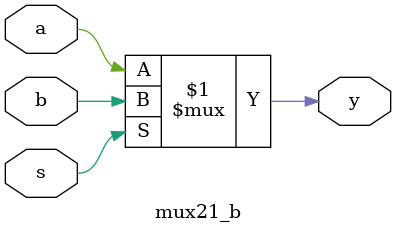
<source format=v>
module mux21_b(input s, input a, input b, output y);
    assign y = (s) ? b : a;    // 使用三元运算符描述
endmodule

</source>
